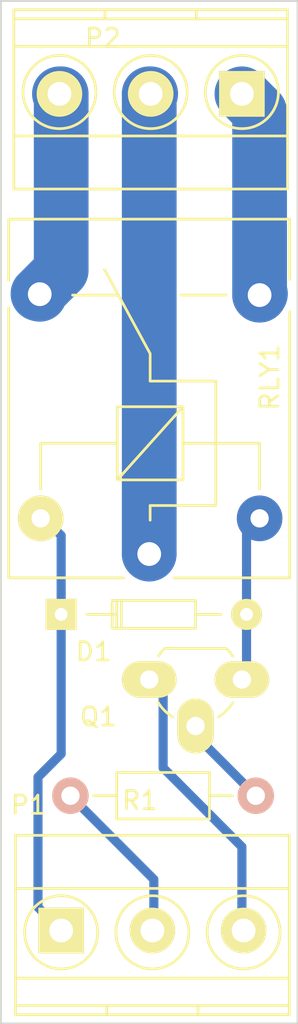
<source format=kicad_pcb>
(kicad_pcb (version 4) (host pcbnew 4.0.2+dfsg1-stable)

  (general
    (links 10)
    (no_connects 0)
    (area 123.873 81.566999 146.297001 140.937001)
    (thickness 1.6)
    (drawings 4)
    (tracks 35)
    (zones 0)
    (modules 6)
    (nets 9)
  )

  (page A4)
  (layers
    (0 F.Cu signal hide)
    (31 B.Cu signal)
    (33 F.Adhes user)
    (35 F.Paste user)
    (37 F.SilkS user)
    (39 F.Mask user)
    (40 Dwgs.User user)
    (41 Cmts.User user)
    (42 Eco1.User user)
    (43 Eco2.User user)
    (44 Edge.Cuts user)
    (45 Margin user)
    (47 F.CrtYd user)
    (49 F.Fab user)
  )

  (setup
    (last_trace_width 0.5)
    (trace_clearance 0.5)
    (zone_clearance 0.508)
    (zone_45_only no)
    (trace_min 0.2)
    (segment_width 0.2)
    (edge_width 0.1)
    (via_size 0.6)
    (via_drill 0.4)
    (via_min_size 0.4)
    (via_min_drill 0.3)
    (uvia_size 0.3)
    (uvia_drill 0.1)
    (uvias_allowed no)
    (uvia_min_size 0.2)
    (uvia_min_drill 0.1)
    (pcb_text_width 0.3)
    (pcb_text_size 1.5 1.5)
    (mod_edge_width 0.15)
    (mod_text_size 1 1)
    (mod_text_width 0.15)
    (pad_size 1.5 1.5)
    (pad_drill 0.6)
    (pad_to_mask_clearance 0)
    (aux_axis_origin 0 0)
    (visible_elements FFFEFF7F)
    (pcbplotparams
      (layerselection 0x00030_80000001)
      (usegerberextensions false)
      (excludeedgelayer true)
      (linewidth 0.200000)
      (plotframeref false)
      (viasonmask false)
      (mode 1)
      (useauxorigin false)
      (hpglpennumber 1)
      (hpglpenspeed 20)
      (hpglpendiameter 15)
      (hpglpenoverlay 2)
      (psnegative false)
      (psa4output false)
      (plotreference true)
      (plotvalue true)
      (plotinvisibletext false)
      (padsonsilk false)
      (subtractmaskfromsilk false)
      (outputformat 1)
      (mirror false)
      (drillshape 1)
      (scaleselection 1)
      (outputdirectory ""))
  )

  (net 0 "")
  (net 1 "Net-(D1-Pad2)")
  (net 2 /+12VDC)
  (net 3 "Net-(Q1-Pad2)")
  (net 4 /GND12V)
  (net 5 "Net-(P1-Pad2)")
  (net 6 "Net-(P2-Pad2)")
  (net 7 "Net-(P2-Pad1)")
  (net 8 "Net-(P2-Pad3)")

  (net_class Default "This is the default net class."
    (clearance 0.5)
    (trace_width 0.5)
    (via_dia 0.6)
    (via_drill 0.4)
    (uvia_dia 0.3)
    (uvia_drill 0.1)
    (add_net /+12VDC)
    (add_net /GND12V)
    (add_net "Net-(D1-Pad2)")
    (add_net "Net-(P1-Pad2)")
    (add_net "Net-(Q1-Pad2)")
  )

  (net_class high_current ""
    (clearance 2)
    (trace_width 3)
    (via_dia 0.6)
    (via_drill 0.4)
    (uvia_dia 0.3)
    (uvia_drill 0.1)
    (add_net "Net-(P2-Pad1)")
    (add_net "Net-(P2-Pad2)")
    (add_net "Net-(P2-Pad3)")
  )

  (module Diodes_ThroughHole:Diode_DO-35_SOD27_Horizontal_RM10 (layer F.Cu) (tedit 592C7D3B) (tstamp 592C727C)
    (at 131.572 116.84)
    (descr "Diode, DO-35,  SOD27, Horizontal, RM 10mm")
    (tags "Diode, DO-35, SOD27, Horizontal, RM 10mm, 1N4148,")
    (path /55BFE829)
    (fp_text reference D1 (at 1.778 2.032) (layer F.SilkS)
      (effects (font (size 1 1) (thickness 0.15)))
    )
    (fp_text value 1N4001 (at 4.41452 -3.55854) (layer F.Fab)
      (effects (font (size 1 1) (thickness 0.15)))
    )
    (fp_line (start 7.36652 -0.00254) (end 8.76352 -0.00254) (layer F.SilkS) (width 0.15))
    (fp_line (start 2.92152 -0.00254) (end 1.39752 -0.00254) (layer F.SilkS) (width 0.15))
    (fp_line (start 3.30252 -0.76454) (end 3.30252 0.75946) (layer F.SilkS) (width 0.15))
    (fp_line (start 3.04852 -0.76454) (end 3.04852 0.75946) (layer F.SilkS) (width 0.15))
    (fp_line (start 2.79452 -0.00254) (end 2.79452 0.75946) (layer F.SilkS) (width 0.15))
    (fp_line (start 2.79452 0.75946) (end 7.36652 0.75946) (layer F.SilkS) (width 0.15))
    (fp_line (start 7.36652 0.75946) (end 7.36652 -0.76454) (layer F.SilkS) (width 0.15))
    (fp_line (start 7.36652 -0.76454) (end 2.79452 -0.76454) (layer F.SilkS) (width 0.15))
    (fp_line (start 2.79452 -0.76454) (end 2.79452 -0.00254) (layer F.SilkS) (width 0.15))
    (pad 2 thru_hole circle (at 10.16052 -0.00254 180) (size 1.69926 1.69926) (drill 0.70104) (layers *.Cu *.Mask F.SilkS)
      (net 1 "Net-(D1-Pad2)"))
    (pad 1 thru_hole rect (at 0.00052 -0.00254 180) (size 1.69926 1.69926) (drill 0.70104) (layers *.Cu *.Mask F.SilkS)
      (net 2 /+12VDC))
    (model Diodes_ThroughHole.3dshapes/Diode_DO-35_SOD27_Horizontal_RM10.wrl
      (at (xyz 0.2 0 0))
      (scale (xyz 0.4 0.4 0.4))
      (rotate (xyz 0 0 180))
    )
  )

  (module Housings_TO-92:TO-92_Rugged (layer F.Cu) (tedit 592C7D43) (tstamp 592C728C)
    (at 141.478 120.396 180)
    (descr "TO-92 rugged, leads molded, wide, drill 1mm (see NXP sot054_po.pdf)")
    (tags "to-92 sc-43 sc-43a sot54 PA33 transistor")
    (path /55BFF16C)
    (fp_text reference Q1 (at 7.874 -2.032 180) (layer F.SilkS)
      (effects (font (size 1 1) (thickness 0.15)))
    )
    (fp_text value BC548 (at 0 3 180) (layer F.Fab)
      (effects (font (size 1 1) (thickness 0.15)))
    )
    (fp_arc (start 2.54 0) (end 0.49 -1.25) (angle 27.25399767) (layer F.SilkS) (width 0.15))
    (fp_arc (start 2.54 0) (end 4.59 -1.25) (angle -27.25399767) (layer F.SilkS) (width 0.15))
    (fp_arc (start 2.54 0) (end 0.84 1.7) (angle 12.99463195) (layer F.SilkS) (width 0.15))
    (fp_arc (start 2.54 0) (end 4.24 1.7) (angle -12.99463195) (layer F.SilkS) (width 0.15))
    (fp_line (start -1.75 1.95) (end -1.75 -4.3) (layer F.CrtYd) (width 0.05))
    (fp_line (start -1.75 1.95) (end 6.85 1.95) (layer F.CrtYd) (width 0.05))
    (fp_line (start 0.84 1.7) (end 4.24 1.7) (layer F.SilkS) (width 0.15))
    (fp_line (start -1.75 -4.3) (end 6.85 -4.3) (layer F.CrtYd) (width 0.05))
    (fp_line (start 6.85 1.95) (end 6.85 -4.3) (layer F.CrtYd) (width 0.05))
    (pad 2 thru_hole oval (at 2.54 -2.54 270) (size 2.99974 1.99898) (drill 1) (layers *.Cu *.Mask F.SilkS)
      (net 3 "Net-(Q1-Pad2)"))
    (pad 1 thru_hole oval (at 0 0 270) (size 1.99898 2.99974) (drill 1) (layers *.Cu *.Mask F.SilkS)
      (net 1 "Net-(D1-Pad2)"))
    (pad 3 thru_hole oval (at 5.08 0 270) (size 1.99898 2.99974) (drill 1) (layers *.Cu *.Mask F.SilkS)
      (net 4 /GND12V))
    (model TO_SOT_Packages_THT.3dshapes/TO-92_Rugged.wrl
      (at (xyz 0.1 0 0))
      (scale (xyz 1 1 1))
      (rotate (xyz 0 0 -90))
    )
  )

  (module Resistors_ThroughHole:Resistor_Horizontal_RM10mm (layer F.Cu) (tedit 592C7D48) (tstamp 592C7298)
    (at 137.16 126.746 180)
    (descr "Resistor, Axial,  RM 10mm, 1/3W,")
    (tags "Resistor, Axial, RM 10mm, 1/3W,")
    (path /592C5C87)
    (fp_text reference R1 (at 1.27 -0.254 180) (layer F.SilkS)
      (effects (font (size 1 1) (thickness 0.15)))
    )
    (fp_text value 0 (at 3.81 3.81 180) (layer F.Fab)
      (effects (font (size 1 1) (thickness 0.15)))
    )
    (fp_line (start -2.54 -1.27) (end 2.54 -1.27) (layer F.SilkS) (width 0.15))
    (fp_line (start 2.54 -1.27) (end 2.54 1.27) (layer F.SilkS) (width 0.15))
    (fp_line (start 2.54 1.27) (end -2.54 1.27) (layer F.SilkS) (width 0.15))
    (fp_line (start -2.54 1.27) (end -2.54 -1.27) (layer F.SilkS) (width 0.15))
    (fp_line (start -2.54 0) (end -3.81 0) (layer F.SilkS) (width 0.15))
    (fp_line (start 2.54 0) (end 3.81 0) (layer F.SilkS) (width 0.15))
    (pad 1 thru_hole circle (at -5.08 0 180) (size 1.99898 1.99898) (drill 1.00076) (layers *.Cu *.SilkS *.Mask)
      (net 3 "Net-(Q1-Pad2)"))
    (pad 2 thru_hole circle (at 5.08 0 180) (size 1.99898 1.99898) (drill 1.00076) (layers *.Cu *.SilkS *.Mask)
      (net 5 "Net-(P1-Pad2)"))
    (model Resistors_ThroughHole.3dshapes/Resistor_Horizontal_RM10mm.wrl
      (at (xyz 0 0 0))
      (scale (xyz 0.4 0.4 0.4))
      (rotate (xyz 0 0 0))
    )
  )

  (module Relays_ThroughHole:Relay_SANYOU_SRD_Series_Form_C (layer F.Cu) (tedit 592C7876) (tstamp 592C72BA)
    (at 136.398 113.538 90)
    (descr "relay, Sanyou SRD series Form C")
    (path /55BFCB47)
    (fp_text reference RLY1 (at 9.652 6.604 90) (layer F.SilkS)
      (effects (font (size 1 1) (thickness 0.15)))
    )
    (fp_text value RELAY_HJR-3FF_Z (at 8 -9.6 90) (layer F.Fab)
      (effects (font (size 1 1) (thickness 0.15)))
    )
    (fp_line (start 15 7.7) (end 18.3 7.7) (layer F.SilkS) (width 0.15))
    (fp_line (start 18.3 7.7) (end 18.3 -7.7) (layer F.SilkS) (width 0.15))
    (fp_line (start 18.3 -7.7) (end 14.95 -7.7) (layer F.SilkS) (width 0.15))
    (fp_line (start -1.3 1.35) (end -1.3 7.7) (layer F.SilkS) (width 0.15))
    (fp_line (start -1.3 7.7) (end 13.25 7.7) (layer F.SilkS) (width 0.15))
    (fp_line (start -1.3 -1.4) (end -1.3 -7.7) (layer F.SilkS) (width 0.15))
    (fp_line (start -1.3 -7.7) (end 13.45 -7.7) (layer F.SilkS) (width 0.15))
    (fp_line (start -1.3 -7.65) (end -1.3 -1.4) (layer F.SilkS) (width 0.15))
    (fp_line (start 14.15 4.2) (end 14.15 1.75) (layer F.SilkS) (width 0.15))
    (fp_line (start 14.15 -4.2) (end 14.15 -1.7) (layer F.SilkS) (width 0.15))
    (fp_line (start 3.55 6.05) (end 6.05 6.05) (layer F.SilkS) (width 0.15))
    (fp_line (start 2.65 0.05) (end 1.85 0.05) (layer F.SilkS) (width 0.15))
    (fp_line (start 6.05 -5.95) (end 3.55 -5.95) (layer F.SilkS) (width 0.15))
    (fp_line (start 9.45 0.05) (end 10.95 0.05) (layer F.SilkS) (width 0.15))
    (fp_line (start 10.95 0.05) (end 15.55 -2.45) (layer F.SilkS) (width 0.15))
    (fp_line (start 9.45 3.65) (end 2.65 3.65) (layer F.SilkS) (width 0.15))
    (fp_line (start 9.45 0.05) (end 9.45 3.65) (layer F.SilkS) (width 0.15))
    (fp_line (start 2.65 0.05) (end 2.65 3.65) (layer F.SilkS) (width 0.15))
    (fp_line (start 6.05 -5.95) (end 6.05 -1.75) (layer F.SilkS) (width 0.15))
    (fp_line (start 6.05 1.85) (end 6.05 6.05) (layer F.SilkS) (width 0.15))
    (fp_line (start 8.05 1.85) (end 4.05 -1.75) (layer F.SilkS) (width 0.15))
    (fp_line (start 4.05 1.85) (end 4.05 -1.75) (layer F.SilkS) (width 0.15))
    (fp_line (start 4.05 -1.75) (end 8.05 -1.75) (layer F.SilkS) (width 0.15))
    (fp_line (start 8.05 -1.75) (end 8.05 1.85) (layer F.SilkS) (width 0.15))
    (fp_line (start 8.05 1.85) (end 4.05 1.85) (layer F.SilkS) (width 0.15))
    (pad 2 thru_hole circle (at 1.95 6.05 180) (size 2.5 2.5) (drill 1) (layers *.Cu *.Mask)
      (net 1 "Net-(D1-Pad2)"))
    (pad 3 thru_hole circle (at 14.15 6.05 180) (size 3 3) (drill 1.3) (layers *.Cu *.Mask)
      (net 7 "Net-(P2-Pad1)"))
    (pad 4 thru_hole circle (at 14.2 -6 180) (size 3 3) (drill 1.3) (layers *.Cu *.Mask)
      (net 8 "Net-(P2-Pad3)"))
    (pad 5 thru_hole circle (at 1.95 -5.95 180) (size 2.5 2.5) (drill 1) (layers *.Cu *.Mask F.SilkS)
      (net 2 /+12VDC))
    (pad 1 thru_hole circle (at 0 0 180) (size 3 3) (drill 1.3) (layers *.Cu *.Mask)
      (net 6 "Net-(P2-Pad2)"))
    (model Relays_ThroughHole.3dshapes/Relay_SANYOU_SRD_Series_Form_C.wrl
      (at (xyz 0 0 0))
      (scale (xyz 1 1 1))
      (rotate (xyz 0 0 0))
    )
  )

  (module Terminal_Blocks:TerminalBlock_Pheonix_MKDS1.5-3pol (layer F.Cu) (tedit 592C78B7) (tstamp 592C76CC)
    (at 131.572 134.112)
    (descr "3-way 5mm pitch terminal block, Phoenix MKDS series")
    (path /592C59AE)
    (fp_text reference P1 (at -1.778 -6.858) (layer F.SilkS)
      (effects (font (size 1 1) (thickness 0.15)))
    )
    (fp_text value CONN_01X03 (at 5 -6.6) (layer F.Fab)
      (effects (font (size 1 1) (thickness 0.15)))
    )
    (fp_line (start -2.7 4.8) (end -2.7 -5.4) (layer F.CrtYd) (width 0.05))
    (fp_line (start 12.7 4.8) (end -2.7 4.8) (layer F.CrtYd) (width 0.05))
    (fp_line (start 12.7 -5.4) (end 12.7 4.8) (layer F.CrtYd) (width 0.05))
    (fp_line (start -2.7 -5.4) (end 12.7 -5.4) (layer F.CrtYd) (width 0.05))
    (fp_circle (center 10 0.1) (end 8 0.1) (layer F.SilkS) (width 0.15))
    (fp_line (start 7.5 4.1) (end 7.5 4.6) (layer F.SilkS) (width 0.15))
    (fp_line (start 2.5 4.1) (end 2.5 4.6) (layer F.SilkS) (width 0.15))
    (fp_circle (center 5 0.1) (end 3 0.1) (layer F.SilkS) (width 0.15))
    (fp_circle (center 0 0.1) (end 2 0.1) (layer F.SilkS) (width 0.15))
    (fp_line (start -2.5 2.6) (end 12.5 2.6) (layer F.SilkS) (width 0.15))
    (fp_line (start -2.5 -2.3) (end 12.5 -2.3) (layer F.SilkS) (width 0.15))
    (fp_line (start -2.5 4.1) (end 12.5 4.1) (layer F.SilkS) (width 0.15))
    (fp_line (start -2.5 4.6) (end 12.5 4.6) (layer F.SilkS) (width 0.15))
    (fp_line (start 12.5 4.6) (end 12.5 -5.2) (layer F.SilkS) (width 0.15))
    (fp_line (start 12.5 -5.2) (end -2.5 -5.2) (layer F.SilkS) (width 0.15))
    (fp_line (start -2.5 -5.2) (end -2.5 4.6) (layer F.SilkS) (width 0.15))
    (pad 3 thru_hole circle (at 10 0) (size 2.5 2.5) (drill 1.3) (layers *.Cu *.Mask F.SilkS)
      (net 4 /GND12V))
    (pad 1 thru_hole rect (at 0 0) (size 2.5 2.5) (drill 1.3) (layers *.Cu *.Mask F.SilkS)
      (net 2 /+12VDC))
    (pad 2 thru_hole circle (at 5 0) (size 2.5 2.5) (drill 1.3) (layers *.Cu *.Mask F.SilkS)
      (net 5 "Net-(P1-Pad2)"))
    (model Terminal_Blocks.3dshapes/TerminalBlock_Pheonix_MKDS1.5-3pol.wrl
      (at (xyz 0.1968 0 0))
      (scale (xyz 1 1 1))
      (rotate (xyz 0 0 0))
    )
  )

  (module Terminal_Blocks:TerminalBlock_Pheonix_MKDS1.5-3pol (layer F.Cu) (tedit 592C787D) (tstamp 592C7720)
    (at 141.478 88.392 180)
    (descr "3-way 5mm pitch terminal block, Phoenix MKDS series")
    (path /592C578A)
    (fp_text reference P2 (at 7.62 3.048 180) (layer F.SilkS)
      (effects (font (size 1 1) (thickness 0.15)))
    )
    (fp_text value CONN_01X03 (at 5 -6.6 180) (layer F.Fab)
      (effects (font (size 1 1) (thickness 0.15)))
    )
    (fp_line (start -2.7 4.8) (end -2.7 -5.4) (layer F.CrtYd) (width 0.05))
    (fp_line (start 12.7 4.8) (end -2.7 4.8) (layer F.CrtYd) (width 0.05))
    (fp_line (start 12.7 -5.4) (end 12.7 4.8) (layer F.CrtYd) (width 0.05))
    (fp_line (start -2.7 -5.4) (end 12.7 -5.4) (layer F.CrtYd) (width 0.05))
    (fp_circle (center 10 0.1) (end 8 0.1) (layer F.SilkS) (width 0.15))
    (fp_line (start 7.5 4.1) (end 7.5 4.6) (layer F.SilkS) (width 0.15))
    (fp_line (start 2.5 4.1) (end 2.5 4.6) (layer F.SilkS) (width 0.15))
    (fp_circle (center 5 0.1) (end 3 0.1) (layer F.SilkS) (width 0.15))
    (fp_circle (center 0 0.1) (end 2 0.1) (layer F.SilkS) (width 0.15))
    (fp_line (start -2.5 2.6) (end 12.5 2.6) (layer F.SilkS) (width 0.15))
    (fp_line (start -2.5 -2.3) (end 12.5 -2.3) (layer F.SilkS) (width 0.15))
    (fp_line (start -2.5 4.1) (end 12.5 4.1) (layer F.SilkS) (width 0.15))
    (fp_line (start -2.5 4.6) (end 12.5 4.6) (layer F.SilkS) (width 0.15))
    (fp_line (start 12.5 4.6) (end 12.5 -5.2) (layer F.SilkS) (width 0.15))
    (fp_line (start 12.5 -5.2) (end -2.5 -5.2) (layer F.SilkS) (width 0.15))
    (fp_line (start -2.5 -5.2) (end -2.5 4.6) (layer F.SilkS) (width 0.15))
    (pad 3 thru_hole circle (at 10 0 180) (size 2.5 2.5) (drill 1.3) (layers *.Cu *.Mask F.SilkS)
      (net 8 "Net-(P2-Pad3)"))
    (pad 1 thru_hole rect (at 0 0 180) (size 2.5 2.5) (drill 1.3) (layers *.Cu *.Mask F.SilkS)
      (net 7 "Net-(P2-Pad1)"))
    (pad 2 thru_hole circle (at 5 0 180) (size 2.5 2.5) (drill 1.3) (layers *.Cu *.Mask F.SilkS)
      (net 6 "Net-(P2-Pad2)"))
    (model Terminal_Blocks.3dshapes/TerminalBlock_Pheonix_MKDS1.5-3pol.wrl
      (at (xyz 0.1968 0 0))
      (scale (xyz 1 1 1))
      (rotate (xyz 0 0 0))
    )
  )

  (gr_line (start 144.526 83.312) (end 128.27 83.312) (angle 90) (layer Edge.Cuts) (width 0.1))
  (gr_line (start 144.526 139.192) (end 144.526 83.312) (angle 90) (layer Edge.Cuts) (width 0.1))
  (gr_line (start 128.27 139.192) (end 144.526 139.192) (angle 90) (layer Edge.Cuts) (width 0.1))
  (gr_line (start 128.27 83.312) (end 128.27 139.192) (angle 90) (layer Edge.Cuts) (width 0.1))

  (segment (start 141.73252 116.83746) (end 141.732 116.84) (width 0.5) (layer B.Cu) (net 1) (status 80000))
  (segment (start 141.732 116.84) (end 141.732 112.268) (width 0.5) (layer B.Cu) (net 1) (status 80000))
  (segment (start 141.732 112.268) (end 142.494 111.506) (width 0.5) (layer B.Cu) (net 1) (status 80000))
  (segment (start 142.494 111.506) (end 142.448 111.588) (width 0.5) (layer B.Cu) (net 1) (tstamp 592C7CCB) (status 80000))
  (segment (start 141.73252 116.83746) (end 141.732 116.84) (width 0.5) (layer B.Cu) (net 1) (status 80000))
  (segment (start 141.732 116.84) (end 141.732 120.142) (width 0.5) (layer B.Cu) (net 1) (status 80000))
  (segment (start 141.732 120.142) (end 141.478 120.396) (width 0.5) (layer B.Cu) (net 1) (status 80000))
  (segment (start 131.57252 116.83746) (end 131.572 116.84) (width 0.5) (layer B.Cu) (net 2) (status 80000))
  (segment (start 131.572 116.84) (end 131.572 124.46) (width 0.5) (layer B.Cu) (net 2) (status 80000))
  (segment (start 131.572 124.46) (end 130.302 125.73) (width 0.5) (layer B.Cu) (net 2) (status 80000))
  (segment (start 130.302 125.73) (end 130.302 132.842) (width 0.5) (layer B.Cu) (net 2) (status 80000))
  (segment (start 130.302 132.842) (end 131.572 134.112) (width 0.5) (layer B.Cu) (net 2) (status 80000))
  (segment (start 131.57252 116.83746) (end 131.572 116.84) (width 0.5) (layer B.Cu) (net 2) (status 80000))
  (segment (start 131.572 116.84) (end 131.572 112.522) (width 0.5) (layer B.Cu) (net 2) (status 80000))
  (segment (start 131.572 112.522) (end 130.556 111.506) (width 0.5) (layer B.Cu) (net 2) (status 80000))
  (segment (start 130.556 111.506) (end 130.448 111.588) (width 0.5) (layer B.Cu) (net 2) (tstamp 592C7BD2) (status 80000))
  (segment (start 142.24 126.746) (end 138.938 123.444) (width 0.5) (layer B.Cu) (net 3) (status 80000))
  (segment (start 138.938 123.444) (end 138.938 122.936) (width 0.5) (layer B.Cu) (net 3) (status 80000))
  (segment (start 136.398 120.396) (end 137.16 121.158) (width 0.5) (layer B.Cu) (net 4) (status 80000))
  (segment (start 137.16 121.158) (end 137.16 125.222) (width 0.5) (layer B.Cu) (net 4) (status 80000))
  (segment (start 137.16 125.222) (end 141.478 129.54) (width 0.5) (layer B.Cu) (net 4) (status 80000))
  (segment (start 141.478 129.54) (end 141.478 134.112) (width 0.5) (layer B.Cu) (net 4) (status 80000))
  (segment (start 141.478 134.112) (end 141.572 134.112) (width 0.5) (layer B.Cu) (net 4) (tstamp 592C7C78) (status 80000))
  (segment (start 132.08 126.746) (end 136.652 131.318) (width 0.5) (layer B.Cu) (net 5) (status 80000))
  (segment (start 136.652 131.318) (end 136.652 134.112) (width 0.5) (layer B.Cu) (net 5) (status 80000))
  (segment (start 136.652 134.112) (end 136.572 134.112) (width 0.5) (layer B.Cu) (net 5) (tstamp 592C7C25) (status 80000))
  (segment (start 136.478 88.392) (end 136.398 88.392) (width 3) (layer B.Cu) (net 6) (status 80000))
  (segment (start 136.398 88.392) (end 136.398 113.538) (width 3) (layer B.Cu) (net 6) (status 80000))
  (segment (start 142.448 99.388) (end 142.448 89.362) (width 3) (layer B.Cu) (net 7) (status C00000))
  (segment (start 142.448 89.362) (end 141.478 88.392) (width 3) (layer B.Cu) (net 7) (tstamp 592C7D2B) (status C00000))
  (segment (start 142.494 99.314) (end 142.448 99.388) (width 3) (layer B.Cu) (net 7) (tstamp 592C7B7F) (status 80000))
  (segment (start 130.398 99.338) (end 130.302 99.314) (width 3) (layer B.Cu) (net 8) (status 80000))
  (segment (start 130.302 99.314) (end 131.572 98.044) (width 3) (layer B.Cu) (net 8) (status 80000))
  (segment (start 131.572 98.044) (end 131.572 88.392) (width 3) (layer B.Cu) (net 8) (status 80000))
  (segment (start 131.572 88.392) (end 131.478 88.392) (width 3) (layer B.Cu) (net 8) (tstamp 592C7ADA) (status 80000))

)

</source>
